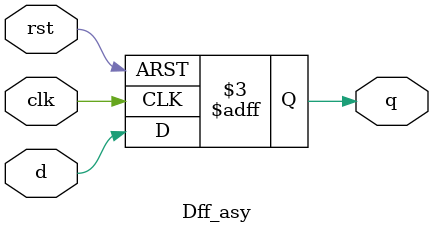
<source format=v>
`timescale 1ns / 1ps


module Dff_asy(q, d, clk, rst);
input d, clk, rst;
output reg q;
always @ (posedge clk or posedge rst)
if (rst == 1) q <= 0;
else q <= d;
endmodule
</source>
